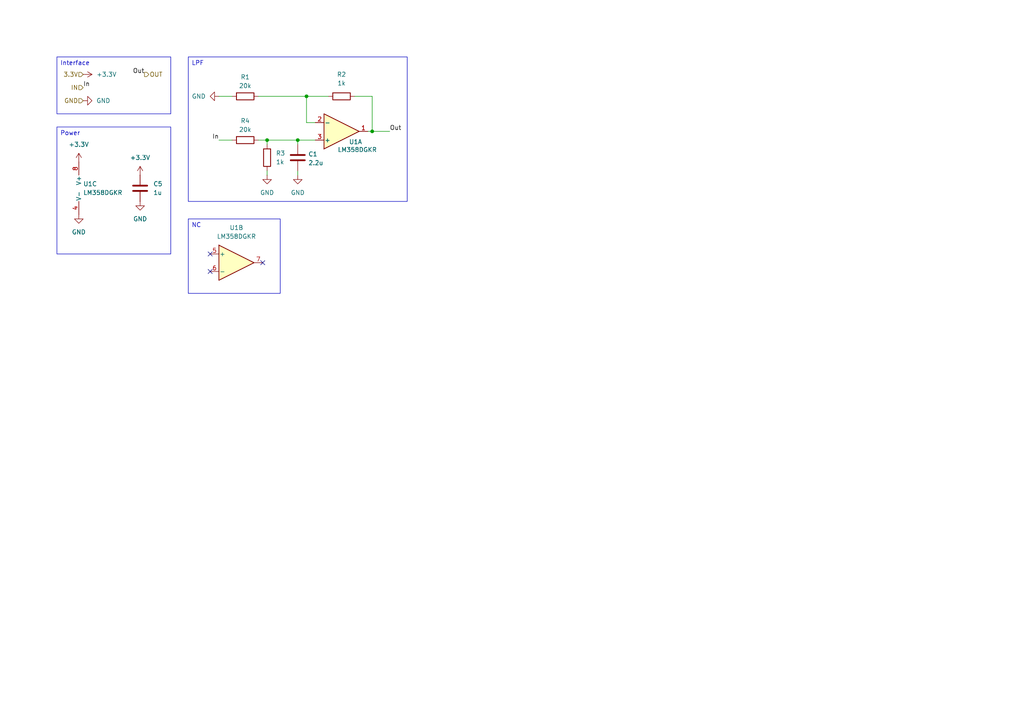
<source format=kicad_sch>
(kicad_sch
	(version 20231120)
	(generator "eeschema")
	(generator_version "8.0")
	(uuid "f7e6727f-1e7b-492c-8aab-3d69ffb0b398")
	(paper "A4")
	(title_block
		(title "Nuclear Buck Converter")
		(date "2025-02-24")
		(rev "1")
		(company "University of Windsor")
		(comment 1 "Sahana Jayatilaka")
		(comment 2 "Gavin Feher")
		(comment 3 "Collin O'Brien")
	)
	(lib_symbols
		(symbol "Amplifier_Operational:LM358"
			(pin_names
				(offset 0.127)
			)
			(exclude_from_sim no)
			(in_bom yes)
			(on_board yes)
			(property "Reference" "U"
				(at 0 5.08 0)
				(effects
					(font
						(size 1.27 1.27)
					)
					(justify left)
				)
			)
			(property "Value" "LM358"
				(at 0 -5.08 0)
				(effects
					(font
						(size 1.27 1.27)
					)
					(justify left)
				)
			)
			(property "Footprint" ""
				(at 0 0 0)
				(effects
					(font
						(size 1.27 1.27)
					)
					(hide yes)
				)
			)
			(property "Datasheet" "http://www.ti.com/lit/ds/symlink/lm2904-n.pdf"
				(at 0 0 0)
				(effects
					(font
						(size 1.27 1.27)
					)
					(hide yes)
				)
			)
			(property "Description" "Low-Power, Dual Operational Amplifiers, DIP-8/SOIC-8/TO-99-8"
				(at 0 0 0)
				(effects
					(font
						(size 1.27 1.27)
					)
					(hide yes)
				)
			)
			(property "ki_locked" ""
				(at 0 0 0)
				(effects
					(font
						(size 1.27 1.27)
					)
				)
			)
			(property "ki_keywords" "dual opamp"
				(at 0 0 0)
				(effects
					(font
						(size 1.27 1.27)
					)
					(hide yes)
				)
			)
			(property "ki_fp_filters" "SOIC*3.9x4.9mm*P1.27mm* DIP*W7.62mm* TO*99* OnSemi*Micro8* TSSOP*3x3mm*P0.65mm* TSSOP*4.4x3mm*P0.65mm* MSOP*3x3mm*P0.65mm* SSOP*3.9x4.9mm*P0.635mm* LFCSP*2x2mm*P0.5mm* *SIP* SOIC*5.3x6.2mm*P1.27mm*"
				(at 0 0 0)
				(effects
					(font
						(size 1.27 1.27)
					)
					(hide yes)
				)
			)
			(symbol "LM358_1_1"
				(polyline
					(pts
						(xy -5.08 5.08) (xy 5.08 0) (xy -5.08 -5.08) (xy -5.08 5.08)
					)
					(stroke
						(width 0.254)
						(type default)
					)
					(fill
						(type background)
					)
				)
				(pin output line
					(at 7.62 0 180)
					(length 2.54)
					(name "~"
						(effects
							(font
								(size 1.27 1.27)
							)
						)
					)
					(number "1"
						(effects
							(font
								(size 1.27 1.27)
							)
						)
					)
				)
				(pin input line
					(at -7.62 -2.54 0)
					(length 2.54)
					(name "-"
						(effects
							(font
								(size 1.27 1.27)
							)
						)
					)
					(number "2"
						(effects
							(font
								(size 1.27 1.27)
							)
						)
					)
				)
				(pin input line
					(at -7.62 2.54 0)
					(length 2.54)
					(name "+"
						(effects
							(font
								(size 1.27 1.27)
							)
						)
					)
					(number "3"
						(effects
							(font
								(size 1.27 1.27)
							)
						)
					)
				)
			)
			(symbol "LM358_2_1"
				(polyline
					(pts
						(xy -5.08 5.08) (xy 5.08 0) (xy -5.08 -5.08) (xy -5.08 5.08)
					)
					(stroke
						(width 0.254)
						(type default)
					)
					(fill
						(type background)
					)
				)
				(pin input line
					(at -7.62 2.54 0)
					(length 2.54)
					(name "+"
						(effects
							(font
								(size 1.27 1.27)
							)
						)
					)
					(number "5"
						(effects
							(font
								(size 1.27 1.27)
							)
						)
					)
				)
				(pin input line
					(at -7.62 -2.54 0)
					(length 2.54)
					(name "-"
						(effects
							(font
								(size 1.27 1.27)
							)
						)
					)
					(number "6"
						(effects
							(font
								(size 1.27 1.27)
							)
						)
					)
				)
				(pin output line
					(at 7.62 0 180)
					(length 2.54)
					(name "~"
						(effects
							(font
								(size 1.27 1.27)
							)
						)
					)
					(number "7"
						(effects
							(font
								(size 1.27 1.27)
							)
						)
					)
				)
			)
			(symbol "LM358_3_1"
				(pin power_in line
					(at -2.54 -7.62 90)
					(length 3.81)
					(name "V-"
						(effects
							(font
								(size 1.27 1.27)
							)
						)
					)
					(number "4"
						(effects
							(font
								(size 1.27 1.27)
							)
						)
					)
				)
				(pin power_in line
					(at -2.54 7.62 270)
					(length 3.81)
					(name "V+"
						(effects
							(font
								(size 1.27 1.27)
							)
						)
					)
					(number "8"
						(effects
							(font
								(size 1.27 1.27)
							)
						)
					)
				)
			)
		)
		(symbol "Device:C"
			(pin_numbers hide)
			(pin_names
				(offset 0.254)
			)
			(exclude_from_sim no)
			(in_bom yes)
			(on_board yes)
			(property "Reference" "C"
				(at 0.635 2.54 0)
				(effects
					(font
						(size 1.27 1.27)
					)
					(justify left)
				)
			)
			(property "Value" "C"
				(at 0.635 -2.54 0)
				(effects
					(font
						(size 1.27 1.27)
					)
					(justify left)
				)
			)
			(property "Footprint" ""
				(at 0.9652 -3.81 0)
				(effects
					(font
						(size 1.27 1.27)
					)
					(hide yes)
				)
			)
			(property "Datasheet" "~"
				(at 0 0 0)
				(effects
					(font
						(size 1.27 1.27)
					)
					(hide yes)
				)
			)
			(property "Description" "Unpolarized capacitor"
				(at 0 0 0)
				(effects
					(font
						(size 1.27 1.27)
					)
					(hide yes)
				)
			)
			(property "ki_keywords" "cap capacitor"
				(at 0 0 0)
				(effects
					(font
						(size 1.27 1.27)
					)
					(hide yes)
				)
			)
			(property "ki_fp_filters" "C_*"
				(at 0 0 0)
				(effects
					(font
						(size 1.27 1.27)
					)
					(hide yes)
				)
			)
			(symbol "C_0_1"
				(polyline
					(pts
						(xy -2.032 -0.762) (xy 2.032 -0.762)
					)
					(stroke
						(width 0.508)
						(type default)
					)
					(fill
						(type none)
					)
				)
				(polyline
					(pts
						(xy -2.032 0.762) (xy 2.032 0.762)
					)
					(stroke
						(width 0.508)
						(type default)
					)
					(fill
						(type none)
					)
				)
			)
			(symbol "C_1_1"
				(pin passive line
					(at 0 3.81 270)
					(length 2.794)
					(name "~"
						(effects
							(font
								(size 1.27 1.27)
							)
						)
					)
					(number "1"
						(effects
							(font
								(size 1.27 1.27)
							)
						)
					)
				)
				(pin passive line
					(at 0 -3.81 90)
					(length 2.794)
					(name "~"
						(effects
							(font
								(size 1.27 1.27)
							)
						)
					)
					(number "2"
						(effects
							(font
								(size 1.27 1.27)
							)
						)
					)
				)
			)
		)
		(symbol "Device:R"
			(pin_numbers hide)
			(pin_names
				(offset 0)
			)
			(exclude_from_sim no)
			(in_bom yes)
			(on_board yes)
			(property "Reference" "R"
				(at 2.032 0 90)
				(effects
					(font
						(size 1.27 1.27)
					)
				)
			)
			(property "Value" "R"
				(at 0 0 90)
				(effects
					(font
						(size 1.27 1.27)
					)
				)
			)
			(property "Footprint" ""
				(at -1.778 0 90)
				(effects
					(font
						(size 1.27 1.27)
					)
					(hide yes)
				)
			)
			(property "Datasheet" "~"
				(at 0 0 0)
				(effects
					(font
						(size 1.27 1.27)
					)
					(hide yes)
				)
			)
			(property "Description" "Resistor"
				(at 0 0 0)
				(effects
					(font
						(size 1.27 1.27)
					)
					(hide yes)
				)
			)
			(property "ki_keywords" "R res resistor"
				(at 0 0 0)
				(effects
					(font
						(size 1.27 1.27)
					)
					(hide yes)
				)
			)
			(property "ki_fp_filters" "R_*"
				(at 0 0 0)
				(effects
					(font
						(size 1.27 1.27)
					)
					(hide yes)
				)
			)
			(symbol "R_0_1"
				(rectangle
					(start -1.016 -2.54)
					(end 1.016 2.54)
					(stroke
						(width 0.254)
						(type default)
					)
					(fill
						(type none)
					)
				)
			)
			(symbol "R_1_1"
				(pin passive line
					(at 0 3.81 270)
					(length 1.27)
					(name "~"
						(effects
							(font
								(size 1.27 1.27)
							)
						)
					)
					(number "1"
						(effects
							(font
								(size 1.27 1.27)
							)
						)
					)
				)
				(pin passive line
					(at 0 -3.81 90)
					(length 1.27)
					(name "~"
						(effects
							(font
								(size 1.27 1.27)
							)
						)
					)
					(number "2"
						(effects
							(font
								(size 1.27 1.27)
							)
						)
					)
				)
			)
		)
		(symbol "power:+3.3V"
			(power)
			(pin_numbers hide)
			(pin_names
				(offset 0) hide)
			(exclude_from_sim no)
			(in_bom yes)
			(on_board yes)
			(property "Reference" "#PWR"
				(at 0 -3.81 0)
				(effects
					(font
						(size 1.27 1.27)
					)
					(hide yes)
				)
			)
			(property "Value" "+3.3V"
				(at 0 3.556 0)
				(effects
					(font
						(size 1.27 1.27)
					)
				)
			)
			(property "Footprint" ""
				(at 0 0 0)
				(effects
					(font
						(size 1.27 1.27)
					)
					(hide yes)
				)
			)
			(property "Datasheet" ""
				(at 0 0 0)
				(effects
					(font
						(size 1.27 1.27)
					)
					(hide yes)
				)
			)
			(property "Description" "Power symbol creates a global label with name \"+3.3V\""
				(at 0 0 0)
				(effects
					(font
						(size 1.27 1.27)
					)
					(hide yes)
				)
			)
			(property "ki_keywords" "global power"
				(at 0 0 0)
				(effects
					(font
						(size 1.27 1.27)
					)
					(hide yes)
				)
			)
			(symbol "+3.3V_0_1"
				(polyline
					(pts
						(xy -0.762 1.27) (xy 0 2.54)
					)
					(stroke
						(width 0)
						(type default)
					)
					(fill
						(type none)
					)
				)
				(polyline
					(pts
						(xy 0 0) (xy 0 2.54)
					)
					(stroke
						(width 0)
						(type default)
					)
					(fill
						(type none)
					)
				)
				(polyline
					(pts
						(xy 0 2.54) (xy 0.762 1.27)
					)
					(stroke
						(width 0)
						(type default)
					)
					(fill
						(type none)
					)
				)
			)
			(symbol "+3.3V_1_1"
				(pin power_in line
					(at 0 0 90)
					(length 0)
					(name "~"
						(effects
							(font
								(size 1.27 1.27)
							)
						)
					)
					(number "1"
						(effects
							(font
								(size 1.27 1.27)
							)
						)
					)
				)
			)
		)
		(symbol "power:GND"
			(power)
			(pin_numbers hide)
			(pin_names
				(offset 0) hide)
			(exclude_from_sim no)
			(in_bom yes)
			(on_board yes)
			(property "Reference" "#PWR"
				(at 0 -6.35 0)
				(effects
					(font
						(size 1.27 1.27)
					)
					(hide yes)
				)
			)
			(property "Value" "GND"
				(at 0 -3.81 0)
				(effects
					(font
						(size 1.27 1.27)
					)
				)
			)
			(property "Footprint" ""
				(at 0 0 0)
				(effects
					(font
						(size 1.27 1.27)
					)
					(hide yes)
				)
			)
			(property "Datasheet" ""
				(at 0 0 0)
				(effects
					(font
						(size 1.27 1.27)
					)
					(hide yes)
				)
			)
			(property "Description" "Power symbol creates a global label with name \"GND\" , ground"
				(at 0 0 0)
				(effects
					(font
						(size 1.27 1.27)
					)
					(hide yes)
				)
			)
			(property "ki_keywords" "global power"
				(at 0 0 0)
				(effects
					(font
						(size 1.27 1.27)
					)
					(hide yes)
				)
			)
			(symbol "GND_0_1"
				(polyline
					(pts
						(xy 0 0) (xy 0 -1.27) (xy 1.27 -1.27) (xy 0 -2.54) (xy -1.27 -1.27) (xy 0 -1.27)
					)
					(stroke
						(width 0)
						(type default)
					)
					(fill
						(type none)
					)
				)
			)
			(symbol "GND_1_1"
				(pin power_in line
					(at 0 0 270)
					(length 0)
					(name "~"
						(effects
							(font
								(size 1.27 1.27)
							)
						)
					)
					(number "1"
						(effects
							(font
								(size 1.27 1.27)
							)
						)
					)
				)
			)
		)
	)
	(junction
		(at 88.9 27.94)
		(diameter 0)
		(color 0 0 0 0)
		(uuid "40c84e56-9d25-482d-9865-cf699a7ad0d3")
	)
	(junction
		(at 77.47 40.64)
		(diameter 0)
		(color 0 0 0 0)
		(uuid "4bd4224a-6922-4f46-9a02-f240bd3ecb9e")
	)
	(junction
		(at 107.95 38.1)
		(diameter 0)
		(color 0 0 0 0)
		(uuid "861a259b-e96e-40cc-a3bd-3cda08a8acd3")
	)
	(junction
		(at 86.36 40.64)
		(diameter 0)
		(color 0 0 0 0)
		(uuid "b32e0f3f-132a-4e3f-9831-659ab16ebd8d")
	)
	(no_connect
		(at 60.96 73.66)
		(uuid "0a1cf18a-e2ea-4984-b9ed-588ebb70df3b")
	)
	(no_connect
		(at 60.96 78.74)
		(uuid "889f8a40-3f43-4b40-8fee-03a446427d5c")
	)
	(no_connect
		(at 76.2 76.2)
		(uuid "8c4da100-bcd8-46d7-b28f-f0ba5b2af6ea")
	)
	(wire
		(pts
			(xy 88.9 27.94) (xy 95.25 27.94)
		)
		(stroke
			(width 0)
			(type default)
		)
		(uuid "2c26b481-913a-4851-849e-0b898cc2af9c")
	)
	(wire
		(pts
			(xy 86.36 50.8) (xy 86.36 49.53)
		)
		(stroke
			(width 0)
			(type default)
		)
		(uuid "32923bb9-5851-423b-8c1b-32bb539a9bcc")
	)
	(wire
		(pts
			(xy 77.47 50.8) (xy 77.47 49.53)
		)
		(stroke
			(width 0)
			(type default)
		)
		(uuid "37b3ed47-c05e-4dc4-b8dd-91a2af13f9cf")
	)
	(wire
		(pts
			(xy 74.93 27.94) (xy 88.9 27.94)
		)
		(stroke
			(width 0)
			(type default)
		)
		(uuid "43416116-4ca3-478a-9b92-b956bc92ba97")
	)
	(wire
		(pts
			(xy 67.31 40.64) (xy 63.5 40.64)
		)
		(stroke
			(width 0)
			(type default)
		)
		(uuid "54f6e7da-7ba6-4767-aa62-749c5568ee52")
	)
	(wire
		(pts
			(xy 102.87 27.94) (xy 107.95 27.94)
		)
		(stroke
			(width 0)
			(type default)
		)
		(uuid "54fb2804-cb50-4997-83c5-134e60d7db71")
	)
	(wire
		(pts
			(xy 63.5 27.94) (xy 67.31 27.94)
		)
		(stroke
			(width 0)
			(type default)
		)
		(uuid "5fef845a-3955-46b5-a7d8-f70f4d6867b2")
	)
	(wire
		(pts
			(xy 88.9 35.56) (xy 91.44 35.56)
		)
		(stroke
			(width 0)
			(type default)
		)
		(uuid "607f1378-b39b-4e43-b614-ebf6a1d8098e")
	)
	(wire
		(pts
			(xy 107.95 38.1) (xy 106.68 38.1)
		)
		(stroke
			(width 0)
			(type default)
		)
		(uuid "7a3668e9-4627-4e05-9ef3-0b41882a3bfe")
	)
	(wire
		(pts
			(xy 86.36 41.91) (xy 86.36 40.64)
		)
		(stroke
			(width 0)
			(type default)
		)
		(uuid "97b899a0-8bd8-4df1-9f6c-d60229ccc352")
	)
	(wire
		(pts
			(xy 88.9 27.94) (xy 88.9 35.56)
		)
		(stroke
			(width 0)
			(type default)
		)
		(uuid "9cfc7f5c-f87a-4d9a-83e7-261869bbab0e")
	)
	(wire
		(pts
			(xy 86.36 40.64) (xy 91.44 40.64)
		)
		(stroke
			(width 0)
			(type default)
		)
		(uuid "b1f7fb3e-fb3c-413d-ab10-97bbd6324cf2")
	)
	(wire
		(pts
			(xy 107.95 27.94) (xy 107.95 38.1)
		)
		(stroke
			(width 0)
			(type default)
		)
		(uuid "c7ea21df-7da3-4fdc-8e12-29034db695e5")
	)
	(wire
		(pts
			(xy 77.47 40.64) (xy 86.36 40.64)
		)
		(stroke
			(width 0)
			(type default)
		)
		(uuid "c858825e-fbfc-4649-8906-27b1fcdc3cd3")
	)
	(wire
		(pts
			(xy 74.93 40.64) (xy 77.47 40.64)
		)
		(stroke
			(width 0)
			(type default)
		)
		(uuid "d941ad24-659c-4df2-81eb-57e7ecbe5ccc")
	)
	(wire
		(pts
			(xy 77.47 41.91) (xy 77.47 40.64)
		)
		(stroke
			(width 0)
			(type default)
		)
		(uuid "e9a1dc44-0c6b-45d9-8e31-4382424b7108")
	)
	(wire
		(pts
			(xy 107.95 38.1) (xy 113.03 38.1)
		)
		(stroke
			(width 0)
			(type default)
		)
		(uuid "f98b93e6-5c17-4afe-b731-2248db1b05a2")
	)
	(text_box "Power"
		(exclude_from_sim no)
		(at 16.51 36.83 0)
		(size 33.02 36.83)
		(stroke
			(width 0)
			(type default)
		)
		(fill
			(type none)
		)
		(effects
			(font
				(size 1.27 1.27)
			)
			(justify left top)
		)
		(uuid "70d2fa05-e62b-40d9-b6d9-0f8674263125")
	)
	(text_box "LPF"
		(exclude_from_sim no)
		(at 54.61 16.51 0)
		(size 63.5 41.91)
		(stroke
			(width 0)
			(type default)
		)
		(fill
			(type none)
		)
		(effects
			(font
				(size 1.27 1.27)
			)
			(justify left top)
		)
		(uuid "9c744da0-38eb-429a-8650-854e61e559b7")
	)
	(text_box "NC\n"
		(exclude_from_sim no)
		(at 54.61 63.5 0)
		(size 26.67 21.59)
		(stroke
			(width 0)
			(type default)
		)
		(fill
			(type none)
		)
		(effects
			(font
				(size 1.27 1.27)
			)
			(justify left top)
		)
		(uuid "a9c0432f-d655-4d17-984d-f6f386300f04")
	)
	(text_box "Interface\n"
		(exclude_from_sim no)
		(at 16.51 16.51 0)
		(size 33.02 16.51)
		(stroke
			(width 0)
			(type default)
		)
		(fill
			(type none)
		)
		(effects
			(font
				(size 1.27 1.27)
			)
			(justify left top)
		)
		(uuid "e84949a9-e9d4-4ddb-9d51-484b47994a41")
	)
	(label "Out"
		(at 41.91 21.59 180)
		(fields_autoplaced yes)
		(effects
			(font
				(size 1.27 1.27)
			)
			(justify right bottom)
		)
		(uuid "34d4655f-5531-4b63-8e53-1c5c95d3581e")
	)
	(label "Out"
		(at 113.03 38.1 0)
		(fields_autoplaced yes)
		(effects
			(font
				(size 1.27 1.27)
			)
			(justify left bottom)
		)
		(uuid "57756f82-a70d-4d34-8a33-6f2fc72fa51f")
	)
	(label "In"
		(at 63.5 40.64 180)
		(fields_autoplaced yes)
		(effects
			(font
				(size 1.27 1.27)
			)
			(justify right bottom)
		)
		(uuid "5f130385-1328-4de3-a511-4b703bb85584")
	)
	(label "In"
		(at 24.13 25.4 0)
		(fields_autoplaced yes)
		(effects
			(font
				(size 1.27 1.27)
			)
			(justify left bottom)
		)
		(uuid "7ab9f1cc-fad7-4d95-85b3-15e23197b4ea")
	)
	(hierarchical_label "3.3V"
		(shape input)
		(at 24.13 21.59 180)
		(fields_autoplaced yes)
		(effects
			(font
				(size 1.27 1.27)
			)
			(justify right)
		)
		(uuid "03d7cb1e-86d1-47d5-8a1d-d719fb9801bd")
	)
	(hierarchical_label "IN"
		(shape input)
		(at 24.13 25.4 180)
		(fields_autoplaced yes)
		(effects
			(font
				(size 1.27 1.27)
			)
			(justify right)
		)
		(uuid "44f69bd8-086b-42fd-9d7c-83d3a911c9f9")
	)
	(hierarchical_label "GND"
		(shape input)
		(at 24.13 29.21 180)
		(fields_autoplaced yes)
		(effects
			(font
				(size 1.27 1.27)
			)
			(justify right)
		)
		(uuid "82a60f53-8d71-4fef-ae2e-d0c5bd43bd0f")
	)
	(hierarchical_label "OUT"
		(shape output)
		(at 41.91 21.59 0)
		(fields_autoplaced yes)
		(effects
			(font
				(size 1.27 1.27)
			)
			(justify left)
		)
		(uuid "a540de9b-4862-4a9a-a337-06fb48620a77")
	)
	(symbol
		(lib_id "power:GND")
		(at 86.36 50.8 0)
		(unit 1)
		(exclude_from_sim no)
		(in_bom yes)
		(on_board yes)
		(dnp no)
		(fields_autoplaced yes)
		(uuid "0ed084f6-d822-4046-a1d9-b976b1d09f94")
		(property "Reference" "#PWR015"
			(at 86.36 57.15 0)
			(effects
				(font
					(size 1.27 1.27)
				)
				(hide yes)
			)
		)
		(property "Value" "GND"
			(at 86.36 55.88 0)
			(effects
				(font
					(size 1.27 1.27)
				)
			)
		)
		(property "Footprint" ""
			(at 86.36 50.8 0)
			(effects
				(font
					(size 1.27 1.27)
				)
				(hide yes)
			)
		)
		(property "Datasheet" ""
			(at 86.36 50.8 0)
			(effects
				(font
					(size 1.27 1.27)
				)
				(hide yes)
			)
		)
		(property "Description" "Power symbol creates a global label with name \"GND\" , ground"
			(at 86.36 50.8 0)
			(effects
				(font
					(size 1.27 1.27)
				)
				(hide yes)
			)
		)
		(pin "1"
			(uuid "9245b465-f009-45a8-b06b-8687d20d5cdb")
		)
		(instances
			(project "Buck_PCB"
				(path "/88f06d5c-7944-4639-9728-52fd37ec4de1/bbdc772a-6d03-4af7-bee3-a11034f3829f"
					(reference "#PWR015")
					(unit 1)
				)
			)
		)
	)
	(symbol
		(lib_id "power:GND")
		(at 22.86 62.23 0)
		(unit 1)
		(exclude_from_sim no)
		(in_bom yes)
		(on_board yes)
		(dnp no)
		(fields_autoplaced yes)
		(uuid "106287ae-e727-4cd3-ad08-d536d19eca19")
		(property "Reference" "#PWR011"
			(at 22.86 68.58 0)
			(effects
				(font
					(size 1.27 1.27)
				)
				(hide yes)
			)
		)
		(property "Value" "GND"
			(at 22.86 67.31 0)
			(effects
				(font
					(size 1.27 1.27)
				)
			)
		)
		(property "Footprint" ""
			(at 22.86 62.23 0)
			(effects
				(font
					(size 1.27 1.27)
				)
				(hide yes)
			)
		)
		(property "Datasheet" ""
			(at 22.86 62.23 0)
			(effects
				(font
					(size 1.27 1.27)
				)
				(hide yes)
			)
		)
		(property "Description" "Power symbol creates a global label with name \"GND\" , ground"
			(at 22.86 62.23 0)
			(effects
				(font
					(size 1.27 1.27)
				)
				(hide yes)
			)
		)
		(pin "1"
			(uuid "3344d51b-095c-4fab-baf3-de24ae63aef0")
		)
		(instances
			(project "Buck_PCB"
				(path "/88f06d5c-7944-4639-9728-52fd37ec4de1/bbdc772a-6d03-4af7-bee3-a11034f3829f"
					(reference "#PWR011")
					(unit 1)
				)
			)
		)
	)
	(symbol
		(lib_id "power:GND")
		(at 63.5 27.94 270)
		(unit 1)
		(exclude_from_sim no)
		(in_bom yes)
		(on_board yes)
		(dnp no)
		(fields_autoplaced yes)
		(uuid "11cabefa-3775-4f04-b119-bb53f6038ba1")
		(property "Reference" "#PWR013"
			(at 57.15 27.94 0)
			(effects
				(font
					(size 1.27 1.27)
				)
				(hide yes)
			)
		)
		(property "Value" "GND"
			(at 59.69 27.9399 90)
			(effects
				(font
					(size 1.27 1.27)
				)
				(justify right)
			)
		)
		(property "Footprint" ""
			(at 63.5 27.94 0)
			(effects
				(font
					(size 1.27 1.27)
				)
				(hide yes)
			)
		)
		(property "Datasheet" ""
			(at 63.5 27.94 0)
			(effects
				(font
					(size 1.27 1.27)
				)
				(hide yes)
			)
		)
		(property "Description" "Power symbol creates a global label with name \"GND\" , ground"
			(at 63.5 27.94 0)
			(effects
				(font
					(size 1.27 1.27)
				)
				(hide yes)
			)
		)
		(pin "1"
			(uuid "479422c5-e320-4dd0-88ec-5154c15aaeaf")
		)
		(instances
			(project "Buck_PCB"
				(path "/88f06d5c-7944-4639-9728-52fd37ec4de1/bbdc772a-6d03-4af7-bee3-a11034f3829f"
					(reference "#PWR013")
					(unit 1)
				)
			)
		)
	)
	(symbol
		(lib_id "power:+3.3V")
		(at 24.13 21.59 270)
		(unit 1)
		(exclude_from_sim no)
		(in_bom yes)
		(on_board yes)
		(dnp no)
		(fields_autoplaced yes)
		(uuid "181a0601-7060-4413-ac4d-b4a6e5793450")
		(property "Reference" "#PWR09"
			(at 20.32 21.59 0)
			(effects
				(font
					(size 1.27 1.27)
				)
				(hide yes)
			)
		)
		(property "Value" "+3.3V"
			(at 27.94 21.5899 90)
			(effects
				(font
					(size 1.27 1.27)
				)
				(justify left)
			)
		)
		(property "Footprint" ""
			(at 24.13 21.59 0)
			(effects
				(font
					(size 1.27 1.27)
				)
				(hide yes)
			)
		)
		(property "Datasheet" ""
			(at 24.13 21.59 0)
			(effects
				(font
					(size 1.27 1.27)
				)
				(hide yes)
			)
		)
		(property "Description" "Power symbol creates a global label with name \"+3.3V\""
			(at 24.13 21.59 0)
			(effects
				(font
					(size 1.27 1.27)
				)
				(hide yes)
			)
		)
		(pin "1"
			(uuid "0efb50cc-2738-43ae-9708-1ee17aeb9e45")
		)
		(instances
			(project ""
				(path "/88f06d5c-7944-4639-9728-52fd37ec4de1/bbdc772a-6d03-4af7-bee3-a11034f3829f"
					(reference "#PWR09")
					(unit 1)
				)
			)
		)
	)
	(symbol
		(lib_id "Amplifier_Operational:LM358")
		(at 99.06 38.1 0)
		(mirror x)
		(unit 1)
		(exclude_from_sim no)
		(in_bom yes)
		(on_board yes)
		(dnp no)
		(uuid "379118fe-f66d-4d1e-9392-ac332e7754b5")
		(property "Reference" "U1"
			(at 103.124 41.148 0)
			(effects
				(font
					(size 1.27 1.27)
				)
			)
		)
		(property "Value" "LM358DGKR"
			(at 103.632 43.434 0)
			(effects
				(font
					(size 1.27 1.27)
				)
			)
		)
		(property "Footprint" "Package_SO:VSSOP-8_3x3mm_P0.65mm"
			(at 99.06 38.1 0)
			(effects
				(font
					(size 1.27 1.27)
				)
				(hide yes)
			)
		)
		(property "Datasheet" "http://www.ti.com/lit/ds/symlink/lm2904-n.pdf"
			(at 99.06 38.1 0)
			(effects
				(font
					(size 1.27 1.27)
				)
				(hide yes)
			)
		)
		(property "Description" "Active Power LPF Op-amp"
			(at 99.06 38.1 0)
			(effects
				(font
					(size 1.27 1.27)
				)
				(hide yes)
			)
		)
		(property "Part Number" "LM358DGKR"
			(at 104.902 42.164 0)
			(effects
				(font
					(size 1.27 1.27)
				)
				(hide yes)
			)
		)
		(pin "5"
			(uuid "1bcf03ba-2d38-44dc-a9aa-b75fde12b3bc")
		)
		(pin "4"
			(uuid "464b7ccf-51ac-4a04-b17a-58a05617b9e1")
		)
		(pin "2"
			(uuid "d8b57f14-e0f6-457f-8c9f-a6447d7f712e")
		)
		(pin "7"
			(uuid "fbf79a6f-2b9b-4e50-afe2-f837f251ad37")
		)
		(pin "1"
			(uuid "bf60e39d-96a7-4f31-8a44-f93005ad513d")
		)
		(pin "6"
			(uuid "4fa6137e-81f3-4dad-91c2-2f54ee68255b")
		)
		(pin "8"
			(uuid "9fb5828d-2d2f-4c43-80d9-ab3983b4a62f")
		)
		(pin "3"
			(uuid "4da6920d-a91b-4c07-8c1b-0818da0d3c7c")
		)
		(instances
			(project ""
				(path "/88f06d5c-7944-4639-9728-52fd37ec4de1/bbdc772a-6d03-4af7-bee3-a11034f3829f"
					(reference "U1")
					(unit 1)
				)
			)
		)
	)
	(symbol
		(lib_id "Device:R")
		(at 71.12 27.94 270)
		(unit 1)
		(exclude_from_sim no)
		(in_bom yes)
		(on_board yes)
		(dnp no)
		(uuid "4643c395-87a8-4673-b578-503440cf978e")
		(property "Reference" "R1"
			(at 71.12 22.352 90)
			(effects
				(font
					(size 1.27 1.27)
				)
			)
		)
		(property "Value" "20k"
			(at 71.12 24.892 90)
			(effects
				(font
					(size 1.27 1.27)
				)
			)
		)
		(property "Footprint" "Resistor_SMD:R_0805_2012Metric_Pad1.20x1.40mm_HandSolder"
			(at 71.12 26.162 90)
			(effects
				(font
					(size 1.27 1.27)
				)
				(hide yes)
			)
		)
		(property "Datasheet" "https://www.yageo.com/upload/media/product/products/datasheet/rchip/PYu-RC_Group_51_RoHS_L_12.pdf"
			(at 71.12 27.94 0)
			(effects
				(font
					(size 1.27 1.27)
				)
				(hide yes)
			)
		)
		(property "Description" "Resistor"
			(at 71.12 27.94 0)
			(effects
				(font
					(size 1.27 1.27)
				)
				(hide yes)
			)
		)
		(property "Part Number" "RC0805FR-0720KL"
			(at 71.12 27.94 0)
			(effects
				(font
					(size 1.27 1.27)
				)
				(hide yes)
			)
		)
		(pin "1"
			(uuid "2af01372-4a92-48bd-b278-1ddc3dfce7a7")
		)
		(pin "2"
			(uuid "80a081e8-206c-4da5-8685-64595ba3b204")
		)
		(instances
			(project "Buck_PCB"
				(path "/88f06d5c-7944-4639-9728-52fd37ec4de1/bbdc772a-6d03-4af7-bee3-a11034f3829f"
					(reference "R1")
					(unit 1)
				)
			)
		)
	)
	(symbol
		(lib_id "Amplifier_Operational:LM358")
		(at 68.58 76.2 0)
		(unit 2)
		(exclude_from_sim no)
		(in_bom yes)
		(on_board yes)
		(dnp no)
		(uuid "4698bf96-b699-4370-a7ad-7e2ae6eb7a20")
		(property "Reference" "U1"
			(at 68.58 66.04 0)
			(effects
				(font
					(size 1.27 1.27)
				)
			)
		)
		(property "Value" "LM358DGKR"
			(at 68.58 68.58 0)
			(effects
				(font
					(size 1.27 1.27)
				)
			)
		)
		(property "Footprint" "Package_SO:VSSOP-8_3x3mm_P0.65mm"
			(at 68.58 76.2 0)
			(effects
				(font
					(size 1.27 1.27)
				)
				(hide yes)
			)
		)
		(property "Datasheet" "http://www.ti.com/lit/ds/symlink/lm2904-n.pdf"
			(at 68.58 76.2 0)
			(effects
				(font
					(size 1.27 1.27)
				)
				(hide yes)
			)
		)
		(property "Description" "Active Power LPF Op-amp"
			(at 68.58 76.2 0)
			(effects
				(font
					(size 1.27 1.27)
				)
				(hide yes)
			)
		)
		(property "Part Number" "LM358DGKR"
			(at 68.834 68.58 0)
			(effects
				(font
					(size 1.27 1.27)
				)
				(hide yes)
			)
		)
		(pin "5"
			(uuid "1bcf03ba-2d38-44dc-a9aa-b75fde12b3bd")
		)
		(pin "4"
			(uuid "464b7ccf-51ac-4a04-b17a-58a05617b9e2")
		)
		(pin "2"
			(uuid "d8b57f14-e0f6-457f-8c9f-a6447d7f712f")
		)
		(pin "7"
			(uuid "fbf79a6f-2b9b-4e50-afe2-f837f251ad38")
		)
		(pin "1"
			(uuid "bf60e39d-96a7-4f31-8a44-f93005ad513e")
		)
		(pin "6"
			(uuid "4fa6137e-81f3-4dad-91c2-2f54ee68255c")
		)
		(pin "8"
			(uuid "9fb5828d-2d2f-4c43-80d9-ab3983b4a630")
		)
		(pin "3"
			(uuid "4da6920d-a91b-4c07-8c1b-0818da0d3c7d")
		)
		(instances
			(project ""
				(path "/88f06d5c-7944-4639-9728-52fd37ec4de1/bbdc772a-6d03-4af7-bee3-a11034f3829f"
					(reference "U1")
					(unit 2)
				)
			)
		)
	)
	(symbol
		(lib_id "power:GND")
		(at 77.47 50.8 0)
		(unit 1)
		(exclude_from_sim no)
		(in_bom yes)
		(on_board yes)
		(dnp no)
		(fields_autoplaced yes)
		(uuid "69285811-6d94-4f83-8a88-5c9687242b23")
		(property "Reference" "#PWR014"
			(at 77.47 57.15 0)
			(effects
				(font
					(size 1.27 1.27)
				)
				(hide yes)
			)
		)
		(property "Value" "GND"
			(at 77.47 55.88 0)
			(effects
				(font
					(size 1.27 1.27)
				)
			)
		)
		(property "Footprint" ""
			(at 77.47 50.8 0)
			(effects
				(font
					(size 1.27 1.27)
				)
				(hide yes)
			)
		)
		(property "Datasheet" ""
			(at 77.47 50.8 0)
			(effects
				(font
					(size 1.27 1.27)
				)
				(hide yes)
			)
		)
		(property "Description" "Power symbol creates a global label with name \"GND\" , ground"
			(at 77.47 50.8 0)
			(effects
				(font
					(size 1.27 1.27)
				)
				(hide yes)
			)
		)
		(pin "1"
			(uuid "e5c86a31-a8e6-4184-ace5-ed6dff150fb9")
		)
		(instances
			(project "Buck_PCB"
				(path "/88f06d5c-7944-4639-9728-52fd37ec4de1/bbdc772a-6d03-4af7-bee3-a11034f3829f"
					(reference "#PWR014")
					(unit 1)
				)
			)
		)
	)
	(symbol
		(lib_id "Device:C")
		(at 40.64 54.61 180)
		(unit 1)
		(exclude_from_sim no)
		(in_bom yes)
		(on_board yes)
		(dnp no)
		(fields_autoplaced yes)
		(uuid "b2b8776f-ba6c-4d96-a0fa-0f0872867e37")
		(property "Reference" "C5"
			(at 44.45 53.3399 0)
			(effects
				(font
					(size 1.27 1.27)
				)
				(justify right)
			)
		)
		(property "Value" "1u"
			(at 44.45 55.8799 0)
			(effects
				(font
					(size 1.27 1.27)
				)
				(justify right)
			)
		)
		(property "Footprint" "Capacitor_SMD:C_0805_2012Metric_Pad1.18x1.45mm_HandSolder"
			(at 39.6748 50.8 0)
			(effects
				(font
					(size 1.27 1.27)
				)
				(hide yes)
			)
		)
		(property "Datasheet" "https://www.vishay.com/docs/40179/tmcp.pdf"
			(at 40.64 54.61 0)
			(effects
				(font
					(size 1.27 1.27)
				)
				(hide yes)
			)
		)
		(property "Description" "Tantalum Decoupling Bypass Capacitor"
			(at 40.64 54.61 0)
			(effects
				(font
					(size 1.27 1.27)
				)
				(hide yes)
			)
		)
		(property "Part Number" "TMCP1D105MTRF"
			(at 40.64 54.61 0)
			(effects
				(font
					(size 1.27 1.27)
				)
				(hide yes)
			)
		)
		(pin "2"
			(uuid "4c73d55b-634c-4812-bba0-153fbefb1c1c")
		)
		(pin "1"
			(uuid "6e1d74fa-6420-4212-a905-4372b4d15b2a")
		)
		(instances
			(project "Buck_PCB"
				(path "/88f06d5c-7944-4639-9728-52fd37ec4de1/bbdc772a-6d03-4af7-bee3-a11034f3829f"
					(reference "C5")
					(unit 1)
				)
			)
		)
	)
	(symbol
		(lib_id "Device:R")
		(at 77.47 45.72 180)
		(unit 1)
		(exclude_from_sim no)
		(in_bom yes)
		(on_board yes)
		(dnp no)
		(fields_autoplaced yes)
		(uuid "b58d16cd-b149-46d0-afd7-57ac20e0f996")
		(property "Reference" "R3"
			(at 80.01 44.4499 0)
			(effects
				(font
					(size 1.27 1.27)
				)
				(justify right)
			)
		)
		(property "Value" "1k"
			(at 80.01 46.9899 0)
			(effects
				(font
					(size 1.27 1.27)
				)
				(justify right)
			)
		)
		(property "Footprint" "Resistor_SMD:R_0805_2012Metric_Pad1.20x1.40mm_HandSolder"
			(at 79.248 45.72 90)
			(effects
				(font
					(size 1.27 1.27)
				)
				(hide yes)
			)
		)
		(property "Datasheet" "https://www.seielect.com/catalog/sei-rmcf_rmcp.pdf"
			(at 77.47 45.72 0)
			(effects
				(font
					(size 1.27 1.27)
				)
				(hide yes)
			)
		)
		(property "Description" "Resistor"
			(at 77.47 45.72 0)
			(effects
				(font
					(size 1.27 1.27)
				)
				(hide yes)
			)
		)
		(property "Part Number" "RMCF0805FT1K00"
			(at 77.47 45.72 0)
			(effects
				(font
					(size 1.27 1.27)
				)
				(hide yes)
			)
		)
		(pin "1"
			(uuid "86ab0aa6-ee75-4340-99e6-968c024dd9b5")
		)
		(pin "2"
			(uuid "757edc93-eb07-4198-bbb4-bdb91f7a7835")
		)
		(instances
			(project "Buck_PCB"
				(path "/88f06d5c-7944-4639-9728-52fd37ec4de1/bbdc772a-6d03-4af7-bee3-a11034f3829f"
					(reference "R3")
					(unit 1)
				)
			)
		)
	)
	(symbol
		(lib_id "Device:R")
		(at 99.06 27.94 270)
		(unit 1)
		(exclude_from_sim no)
		(in_bom yes)
		(on_board yes)
		(dnp no)
		(fields_autoplaced yes)
		(uuid "b6aee34f-65cb-43f8-bde5-5ba9283f7a42")
		(property "Reference" "R2"
			(at 99.06 21.59 90)
			(effects
				(font
					(size 1.27 1.27)
				)
			)
		)
		(property "Value" "1k"
			(at 99.06 24.13 90)
			(effects
				(font
					(size 1.27 1.27)
				)
			)
		)
		(property "Footprint" "Resistor_SMD:R_0805_2012Metric_Pad1.20x1.40mm_HandSolder"
			(at 99.06 26.162 90)
			(effects
				(font
					(size 1.27 1.27)
				)
				(hide yes)
			)
		)
		(property "Datasheet" "https://www.seielect.com/catalog/sei-rmcf_rmcp.pdf"
			(at 99.06 27.94 0)
			(effects
				(font
					(size 1.27 1.27)
				)
				(hide yes)
			)
		)
		(property "Description" "Resistor"
			(at 99.06 27.94 0)
			(effects
				(font
					(size 1.27 1.27)
				)
				(hide yes)
			)
		)
		(property "Part Number" "RMCF0805FT1K00"
			(at 99.06 27.94 0)
			(effects
				(font
					(size 1.27 1.27)
				)
				(hide yes)
			)
		)
		(pin "1"
			(uuid "8d14601a-a245-45d1-86cd-f8a0efd8d82d")
		)
		(pin "2"
			(uuid "215483e9-2cdc-4b49-bdfa-553f61d9374c")
		)
		(instances
			(project "Buck_PCB"
				(path "/88f06d5c-7944-4639-9728-52fd37ec4de1/bbdc772a-6d03-4af7-bee3-a11034f3829f"
					(reference "R2")
					(unit 1)
				)
			)
		)
	)
	(symbol
		(lib_id "Device:R")
		(at 71.12 40.64 270)
		(unit 1)
		(exclude_from_sim no)
		(in_bom yes)
		(on_board yes)
		(dnp no)
		(uuid "bfdf991e-ba39-4839-96ac-30b7cb445514")
		(property "Reference" "R4"
			(at 71.12 35.052 90)
			(effects
				(font
					(size 1.27 1.27)
				)
			)
		)
		(property "Value" "20k"
			(at 71.12 37.592 90)
			(effects
				(font
					(size 1.27 1.27)
				)
			)
		)
		(property "Footprint" "Resistor_SMD:R_0805_2012Metric_Pad1.20x1.40mm_HandSolder"
			(at 71.12 38.862 90)
			(effects
				(font
					(size 1.27 1.27)
				)
				(hide yes)
			)
		)
		(property "Datasheet" "https://www.yageo.com/upload/media/product/products/datasheet/rchip/PYu-RC_Group_51_RoHS_L_12.pdf"
			(at 71.12 40.64 0)
			(effects
				(font
					(size 1.27 1.27)
				)
				(hide yes)
			)
		)
		(property "Description" "Resistor"
			(at 71.12 40.64 0)
			(effects
				(font
					(size 1.27 1.27)
				)
				(hide yes)
			)
		)
		(property "Part Number" "RC0805FR-0720KL"
			(at 71.12 40.64 0)
			(effects
				(font
					(size 1.27 1.27)
				)
				(hide yes)
			)
		)
		(pin "1"
			(uuid "10ea9b75-e535-4402-8e48-e8c0a8c5d70e")
		)
		(pin "2"
			(uuid "d0cc5cdc-d5f8-4eb6-bc3e-6cb6153d9715")
		)
		(instances
			(project "Buck_PCB"
				(path "/88f06d5c-7944-4639-9728-52fd37ec4de1/bbdc772a-6d03-4af7-bee3-a11034f3829f"
					(reference "R4")
					(unit 1)
				)
			)
		)
	)
	(symbol
		(lib_id "power:GND")
		(at 40.64 58.42 0)
		(unit 1)
		(exclude_from_sim no)
		(in_bom yes)
		(on_board yes)
		(dnp no)
		(fields_autoplaced yes)
		(uuid "cd337bdb-9f87-466a-adc6-f0ada4c26fe4")
		(property "Reference" "#PWR017"
			(at 40.64 64.77 0)
			(effects
				(font
					(size 1.27 1.27)
				)
				(hide yes)
			)
		)
		(property "Value" "GND"
			(at 40.64 63.5 0)
			(effects
				(font
					(size 1.27 1.27)
				)
			)
		)
		(property "Footprint" ""
			(at 40.64 58.42 0)
			(effects
				(font
					(size 1.27 1.27)
				)
				(hide yes)
			)
		)
		(property "Datasheet" ""
			(at 40.64 58.42 0)
			(effects
				(font
					(size 1.27 1.27)
				)
				(hide yes)
			)
		)
		(property "Description" "Power symbol creates a global label with name \"GND\" , ground"
			(at 40.64 58.42 0)
			(effects
				(font
					(size 1.27 1.27)
				)
				(hide yes)
			)
		)
		(pin "1"
			(uuid "3e9d6a50-558a-4dbe-a217-2bf080eb1fe9")
		)
		(instances
			(project "Buck_PCB"
				(path "/88f06d5c-7944-4639-9728-52fd37ec4de1/bbdc772a-6d03-4af7-bee3-a11034f3829f"
					(reference "#PWR017")
					(unit 1)
				)
			)
		)
	)
	(symbol
		(lib_id "power:GND")
		(at 24.13 29.21 90)
		(unit 1)
		(exclude_from_sim no)
		(in_bom yes)
		(on_board yes)
		(dnp no)
		(uuid "ce7b631a-7bd1-4d9d-ba78-8015df5ef674")
		(property "Reference" "#PWR010"
			(at 30.48 29.21 0)
			(effects
				(font
					(size 1.27 1.27)
				)
				(hide yes)
			)
		)
		(property "Value" "GND"
			(at 29.972 29.21 90)
			(effects
				(font
					(size 1.27 1.27)
				)
			)
		)
		(property "Footprint" ""
			(at 24.13 29.21 0)
			(effects
				(font
					(size 1.27 1.27)
				)
				(hide yes)
			)
		)
		(property "Datasheet" ""
			(at 24.13 29.21 0)
			(effects
				(font
					(size 1.27 1.27)
				)
				(hide yes)
			)
		)
		(property "Description" "Power symbol creates a global label with name \"GND\" , ground"
			(at 24.13 29.21 0)
			(effects
				(font
					(size 1.27 1.27)
				)
				(hide yes)
			)
		)
		(pin "1"
			(uuid "723cdfd4-280a-479b-90d5-42a99aec2b64")
		)
		(instances
			(project ""
				(path "/88f06d5c-7944-4639-9728-52fd37ec4de1/bbdc772a-6d03-4af7-bee3-a11034f3829f"
					(reference "#PWR010")
					(unit 1)
				)
			)
		)
	)
	(symbol
		(lib_id "Amplifier_Operational:LM358")
		(at 25.4 54.61 0)
		(unit 3)
		(exclude_from_sim no)
		(in_bom yes)
		(on_board yes)
		(dnp no)
		(fields_autoplaced yes)
		(uuid "d5020804-a5be-49d2-ab1a-e9fc78a8406c")
		(property "Reference" "U1"
			(at 24.13 53.3399 0)
			(effects
				(font
					(size 1.27 1.27)
				)
				(justify left)
			)
		)
		(property "Value" "LM358DGKR"
			(at 24.13 55.8799 0)
			(effects
				(font
					(size 1.27 1.27)
				)
				(justify left)
			)
		)
		(property "Footprint" "Package_SO:VSSOP-8_3x3mm_P0.65mm"
			(at 25.4 54.61 0)
			(effects
				(font
					(size 1.27 1.27)
				)
				(hide yes)
			)
		)
		(property "Datasheet" "http://www.ti.com/lit/ds/symlink/lm2904-n.pdf"
			(at 25.4 54.61 0)
			(effects
				(font
					(size 1.27 1.27)
				)
				(hide yes)
			)
		)
		(property "Description" "Active Power LPF Op-amp"
			(at 25.4 54.61 0)
			(effects
				(font
					(size 1.27 1.27)
				)
				(hide yes)
			)
		)
		(property "Part Number" "LM358DGKR"
			(at 25.4 54.61 0)
			(effects
				(font
					(size 1.27 1.27)
				)
				(hide yes)
			)
		)
		(pin "5"
			(uuid "1bcf03ba-2d38-44dc-a9aa-b75fde12b3be")
		)
		(pin "4"
			(uuid "464b7ccf-51ac-4a04-b17a-58a05617b9e3")
		)
		(pin "2"
			(uuid "d8b57f14-e0f6-457f-8c9f-a6447d7f7130")
		)
		(pin "7"
			(uuid "fbf79a6f-2b9b-4e50-afe2-f837f251ad39")
		)
		(pin "1"
			(uuid "bf60e39d-96a7-4f31-8a44-f93005ad513f")
		)
		(pin "6"
			(uuid "4fa6137e-81f3-4dad-91c2-2f54ee68255d")
		)
		(pin "8"
			(uuid "9fb5828d-2d2f-4c43-80d9-ab3983b4a631")
		)
		(pin "3"
			(uuid "4da6920d-a91b-4c07-8c1b-0818da0d3c7e")
		)
		(instances
			(project ""
				(path "/88f06d5c-7944-4639-9728-52fd37ec4de1/bbdc772a-6d03-4af7-bee3-a11034f3829f"
					(reference "U1")
					(unit 3)
				)
			)
		)
	)
	(symbol
		(lib_id "Device:C")
		(at 86.36 45.72 0)
		(unit 1)
		(exclude_from_sim no)
		(in_bom yes)
		(on_board yes)
		(dnp no)
		(uuid "de555af0-c3f7-4340-969f-0610304bdacc")
		(property "Reference" "C1"
			(at 89.408 44.704 0)
			(effects
				(font
					(size 1.27 1.27)
				)
				(justify left)
			)
		)
		(property "Value" "2.2u"
			(at 89.408 47.244 0)
			(effects
				(font
					(size 1.27 1.27)
				)
				(justify left)
			)
		)
		(property "Footprint" "Capacitor_SMD:C_0805_2012Metric_Pad1.18x1.45mm_HandSolder"
			(at 87.3252 49.53 0)
			(effects
				(font
					(size 1.27 1.27)
				)
				(hide yes)
			)
		)
		(property "Datasheet" "https://mm.digikey.com/Volume0/opasdata/d220001/medias/docus/41/CL21A225KBFNNNE_Spec.pdf"
			(at 86.36 45.72 0)
			(effects
				(font
					(size 1.27 1.27)
				)
				(hide yes)
			)
		)
		(property "Description" "Ceramic Capacitor"
			(at 86.36 45.72 0)
			(effects
				(font
					(size 1.27 1.27)
				)
				(hide yes)
			)
		)
		(property "Part Number" "CL21A225KBFNNNE"
			(at 86.36 45.72 0)
			(effects
				(font
					(size 1.27 1.27)
				)
				(hide yes)
			)
		)
		(pin "2"
			(uuid "4ebaa20e-8a95-4db8-aeb0-0faa73b335fa")
		)
		(pin "1"
			(uuid "6d538ab4-52df-4ad1-86c0-d71bf416510a")
		)
		(instances
			(project ""
				(path "/88f06d5c-7944-4639-9728-52fd37ec4de1/bbdc772a-6d03-4af7-bee3-a11034f3829f"
					(reference "C1")
					(unit 1)
				)
			)
		)
	)
	(symbol
		(lib_id "power:+3.3V")
		(at 22.86 46.99 0)
		(unit 1)
		(exclude_from_sim no)
		(in_bom yes)
		(on_board yes)
		(dnp no)
		(fields_autoplaced yes)
		(uuid "e46e36a7-9e2f-4c51-8ed3-0df04d052d08")
		(property "Reference" "#PWR012"
			(at 22.86 50.8 0)
			(effects
				(font
					(size 1.27 1.27)
				)
				(hide yes)
			)
		)
		(property "Value" "+3.3V"
			(at 22.86 41.91 0)
			(effects
				(font
					(size 1.27 1.27)
				)
			)
		)
		(property "Footprint" ""
			(at 22.86 46.99 0)
			(effects
				(font
					(size 1.27 1.27)
				)
				(hide yes)
			)
		)
		(property "Datasheet" ""
			(at 22.86 46.99 0)
			(effects
				(font
					(size 1.27 1.27)
				)
				(hide yes)
			)
		)
		(property "Description" "Power symbol creates a global label with name \"+3.3V\""
			(at 22.86 46.99 0)
			(effects
				(font
					(size 1.27 1.27)
				)
				(hide yes)
			)
		)
		(pin "1"
			(uuid "338002bc-9df6-45c0-9e37-0dd2a50351de")
		)
		(instances
			(project "Buck_PCB"
				(path "/88f06d5c-7944-4639-9728-52fd37ec4de1/bbdc772a-6d03-4af7-bee3-a11034f3829f"
					(reference "#PWR012")
					(unit 1)
				)
			)
		)
	)
	(symbol
		(lib_id "power:+3.3V")
		(at 40.64 50.8 0)
		(unit 1)
		(exclude_from_sim no)
		(in_bom yes)
		(on_board yes)
		(dnp no)
		(fields_autoplaced yes)
		(uuid "ec610226-7f58-4b5c-a0b7-f25714a3f3ce")
		(property "Reference" "#PWR016"
			(at 40.64 54.61 0)
			(effects
				(font
					(size 1.27 1.27)
				)
				(hide yes)
			)
		)
		(property "Value" "+3.3V"
			(at 40.64 45.72 0)
			(effects
				(font
					(size 1.27 1.27)
				)
			)
		)
		(property "Footprint" ""
			(at 40.64 50.8 0)
			(effects
				(font
					(size 1.27 1.27)
				)
				(hide yes)
			)
		)
		(property "Datasheet" ""
			(at 40.64 50.8 0)
			(effects
				(font
					(size 1.27 1.27)
				)
				(hide yes)
			)
		)
		(property "Description" "Power symbol creates a global label with name \"+3.3V\""
			(at 40.64 50.8 0)
			(effects
				(font
					(size 1.27 1.27)
				)
				(hide yes)
			)
		)
		(pin "1"
			(uuid "72eeb7f3-d720-4c1a-bc08-c57fa2d64f72")
		)
		(instances
			(project "Buck_PCB"
				(path "/88f06d5c-7944-4639-9728-52fd37ec4de1/bbdc772a-6d03-4af7-bee3-a11034f3829f"
					(reference "#PWR016")
					(unit 1)
				)
			)
		)
	)
)

</source>
